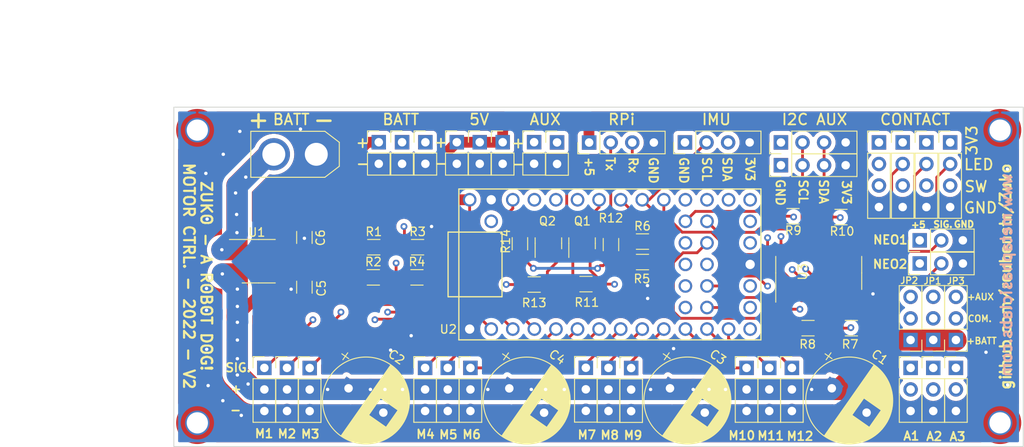
<source format=kicad_pcb>
(kicad_pcb (version 20211014) (generator pcbnew)
  (layers (0 "F.Cu" signal) (1 "In1.Cu" signal) (2 "In2.Cu" signal) (31 "B.Cu" signal) (34 "B.Paste" user) (35 "F.Paste" user) (36 "B.SilkS" user "B.Silkscreen") (37 "F.SilkS" user "F.Silkscreen") (38 "B.Mask" user) (39 "F.Mask" user) (44 "Edge.Cuts" user))
  (net 0 "")
  (net 1 "+BATT")
  (net 2 "M1")
  (net 3 "GND")
  (net 4 "M2")
  (net 5 "M3")
  (net 6 "M4")
  (net 7 "M5")
  (net 8 "M6")
  (net 9 "M7")
  (net 10 "M8")
  (net 11 "M9")
  (net 12 "M10")
  (net 13 "M11")
  (net 14 "M12")
  (net 15 "+5V")
  (net 16 "+AUX")
  (net 17 "AUX_M1")
  (net 18 "+3V3")
  (net 19 "SDA1")
  (net 20 "SDL1")
  (net 21 "Net-(J25-Pad2)")
  (net 22 "Net-(J26-Pad2)")
  (net 23 "Net-(J27-Pad2)")
  (net 24 "SW1")
  (net 25 "Net-(J29-Pad2)")
  (net 26 "SW2")
  (net 27 "Net-(J31-Pad2)")
  (net 28 "SW3")
  (net 29 "Net-(J32-Pad2)")
  (net 30 "SW4")
  (net 31 "Net-(J33-Pad2)")
  (net 32 "Net-(J33-Pad3)")
  (net 33 "RX")
  (net 34 "TX")
  (net 35 "Net-(R2-Pad1)")
  (net 42 "Net-(C5-Pad1)")
  (net 43 "AUX_M2")
  (net 44 "AUX_M3")
  (net 45 "SDA0")
  (net 46 "Net-(J4-Pad2)")
  (net 47 "VSENSE")
  (net 48 "CSENSE")
  (net 49 "SCL0")
  (net 50 "NEO1")
  (net 51 "NEO2")
  (net 52 "OUT1")
  (net 53 "OUT2")
  (net 54 "OUT3")
  (net 55 "OUT4")
  (net 60 "Net-(J17-Pad2)")
  (net 61 "Net-(J18-Pad2)")
  (net 62 "Net-(J22-Pad2)")
  (footprint "Connector_PinHeader_2.54mm:PinHeader_1x03_P2.54mm_Vertical" (layer "F.Cu") (at 151.53 68.075 180)
    (fp_text reference "JP1")
    (fp_text value "Jumper_3_Open" hide)
  )
  (footprint "Package_SO:SOIC-16_3.9x9.9mm_P1.27mm" (layer "F.Cu") (at 138.05 60.18 90)
    (fp_text reference "U3")
    (fp_text value "ULN2003" hide)
  )
  (footprint "Package_SO:SOIC-8_3.9x4.9mm_P1.27mm" (layer "F.Cu") (at 72.1234 58.801)
    (fp_text reference "U1")
    (fp_text value "ACS712xLCTR-20A" hide)
  )
  (footprint "Connector_PinHeader_2.54mm:PinHeader_1x04_P2.54mm_Vertical" (layer "F.Cu") (at 147.932 44.8)
    (fp_text reference "J29" hide)
    (fp_text value "Conn_01x04" hide)
  )
  (footprint "Connector_AMASS:AMASS_XT30U-M_1x02_P5.0mm_Vertical" (layer "F.Cu") (at 78.9 46.2 180)
    (fp_text reference "J4" hide)
    (fp_text value "Conn_01x02" hide)
  )
  (footprint "MountingHole:MountingHole_2.5mm_Pad_TopOnly" (layer "F.Cu") (at 159.3972 43.351)
    (fp_text reference "REF**" hide)
    (fp_text value "MountingHole_2.5mm_Pad_TopOnly" hide)
  )
  (footprint "Connector_PinHeader_2.54mm:PinHeader_1x03_P2.54mm_Vertical" (layer "F.Cu") (at 113.299929 71.375)
    (fp_text reference "J9" hide)
    (fp_text value "Conn_01x03" hide)
  )
  (footprint "Connector_PinHeader_2.54mm:PinHeader_1x04_P2.54mm_Vertical" (layer "F.Cu") (at 111.0184 44.8136 90)
    (fp_text reference "J33" hide)
    (fp_text value "Conn_01x04" hide)
  )
  (footprint "Resistor_SMD:R_1206_3216Metric_Pad1.30x1.75mm_HandSolder" (layer "F.Cu") (at 113.5916 56.842 90)
    (fp_text reference "R12")
    (fp_text value "10k" hide)
  )
  (footprint "Connector_PinHeader_2.54mm:PinHeader_1x03_P2.54mm_Vertical" (layer "F.Cu") (at 154.2 71.375)
    (fp_text reference "J22" hide)
    (fp_text value "Conn_01x03" hide)
  )
  (footprint "Connector_PinHeader_2.54mm:PinHeader_1x03_P2.54mm_Vertical" (layer "F.Cu") (at 97.043929 71.375)
    (fp_text reference "J7" hide)
    (fp_text value "Conn_01x03" hide)
  )
  (footprint "Resistor_SMD:R_1206_3216Metric_Pad1.30x1.75mm_HandSolder" (layer "F.Cu") (at 140.67 53.6)
    (fp_text reference "R10")
    (fp_text value "1.2k" hide)
  )
  (footprint "Capacitor_THT:CP_Radial_D10.0mm_P5.00mm" (layer "F.Cu") (at 82.698998 73.77983 -35)
    (fp_text reference "C2")
    (fp_text value "2200uF" hide)
  )
  (footprint "Connector_PinHeader_2.54mm:PinHeader_1x02_P2.54mm_Vertical" (layer "F.Cu") (at 86.2568 44.78)
    (fp_text reference "J15" hide)
    (fp_text value "Conn_01x02" hide)
  )
  (footprint "Connector_PinHeader_2.54mm:PinHeader_1x02_P2.54mm_Vertical" (layer "F.Cu") (at 100.843 44.78)
    (fp_text reference "J16" hide)
    (fp_text value "Conn_01x02" hide)
  )
  (footprint "Resistor_SMD:R_1206_3216Metric_Pad1.30x1.75mm_HandSolder" (layer "F.Cu") (at 117.3 56.487)
    (fp_text reference "R6")
    (fp_text value "1.2k" hide)
  )
  (footprint "Resistor_SMD:R_1206_3216Metric_Pad1.30x1.75mm_HandSolder" (layer "F.Cu") (at 135.02 53.5)
    (fp_text reference "R9")
    (fp_text value "1.2k" hide)
  )
  (footprint "Connector_PinHeader_2.54mm:PinHeader_1x04_P2.54mm_Vertical" (layer "F.Cu") (at 133.6 44.8 90)
    (fp_text reference "J30" hide)
    (fp_text value "Conn_01x04" hide)
  )
  (footprint "Teensy:Teensy40" (layer "F.Cu") (at 113.464602 59.1794)
    (fp_text reference "U2")
    (fp_text value "Teensy4.0")
  )
  (footprint "Connector_PinHeader_2.54mm:PinHeader_1x04_P2.54mm_Vertical" (layer "F.Cu") (at 150.726 44.8)
    (fp_text reference "J31" hide)
    (fp_text value "Conn_01x04" hide)
  )
  (footprint "Connector_PinHeader_2.54mm:PinHeader_1x03_P2.54mm_Vertical" (layer "F.Cu") (at 94.376929 71.375)
    (fp_text reference "J6" hide)
    (fp_text value "Conn_01x03" hide)
  )
  (footprint "Connector_PinHeader_2.54mm:PinHeader_1x02_P2.54mm_Vertical" (layer "F.Cu") (at 89 44.78)
    (fp_text reference "J21" hide)
    (fp_text value "Conn_01x02" hide)
  )
  (footprint "Capacitor_SMD:C_1206_3216Metric_Pad1.33x1.80mm_HandSolder" (layer "F.Cu") (at 77.5 56 -90)
    (fp_text reference "C6")
    (fp_text value "100nF" hide)
  )
  (footprint "Connector_PinHeader_2.54mm:PinHeader_1x03_P2.54mm_Vertical" (layer "F.Cu") (at 151.533 71.375)
    (fp_text reference "J18" hide)
    (fp_text value "Conn_01x03" hide)
  )
  (footprint "Connector_PinHeader_2.54mm:PinHeader_1x02_P2.54mm_Vertical" (layer "F.Cu") (at 98.143 44.78)
    (fp_text reference "J19" hide)
    (fp_text value "Conn_01x02" hide)
  )
  (footprint "Connector_PinHeader_2.54mm:PinHeader_1x03_P2.54mm_Vertical" (layer "F.Cu") (at 149.935 56.34 90)
    (fp_text reference "J26" hide)
    (fp_text value "Conn_01x03" hide)
  )
  (footprint "Capacitor_THT:CP_Radial_D10.0mm_P5.00mm" (layer "F.Cu") (at 139.588934 73.77983 -35)
    (fp_text reference "C1")
    (fp_text value "2200uF" hide)
  )
  (footprint "Resistor_SMD:R_1206_3216Metric_Pad1.30x1.75mm_HandSolder" (layer "F.Cu") (at 136.79 66.69 180)
    (fp_text reference "R8")
    (fp_text value "500Ω" hide)
  )
  (footprint "Resistor_SMD:R_1206_3216Metric_Pad1.30x1.75mm_HandSolder" (layer "F.Cu") (at 90.75 60.706)
    (fp_text reference "R4")
    (fp_text value "20k" hide)
  )
  (footprint "Connector_PinHeader_2.54mm:PinHeader_1x03_P2.54mm_Vertical" (layer "F.Cu") (at 75.453929 71.375)
    (fp_text reference "J2" hide)
    (fp_text value "Conn_01x03" hide)
  )
  (footprint "Resistor_SMD:R_1206_3216Metric_Pad1.30x1.75mm_HandSolder" (layer "F.Cu") (at 102.8728 56.7404 90)
    (fp_text reference "R14")
    (fp_text value "10k" hide)
  )
  (footprint "Resistor_SMD:R_1206_3216Metric_Pad1.30x1.75mm_HandSolder" (layer "F.Cu") (at 110.65 61.5)
    (fp_text reference "R11")
    (fp_text value "10k" hide)
  )
  (footprint "Connector_PinHeader_2.54mm:PinHeader_1x03_P2.54mm_Vertical" (layer "F.Cu") (at 132.222929 71.375)
    (fp_text reference "J12" hide)
    (fp_text value "Conn_01x03" hide)
  )
  (footprint "Connector_PinHeader_2.54mm:PinHeader_1x02_P2.54mm_Vertical" (layer "F.Cu") (at 95.443 44.78)
    (fp_text reference "J14" hide)
    (fp_text value "Conn_01x02" hide)
  )
  (footprint "Connector_PinHeader_2.54mm:PinHeader_1x03_P2.54mm_Vertical" (layer "F.Cu") (at 148.86 68.085 180)
    (fp_text reference "JP2")
    (fp_text value "Jumper_3_Open" hide)
  )
  (footprint "Connector_PinHeader_2.54mm:PinHeader_1x02_P2.54mm_Vertical" (layer "F.Cu") (at 91.7432 44.78)
    (fp_text reference "J23" hide)
    (fp_text value "Conn_01x02" hide)
  )
  (footprint "Connector_PinHeader_2.54mm:PinHeader_1x03_P2.54mm_Vertical" (layer "F.Cu") (at 154.2 68.085 180)
    (fp_text reference "JP3")
    (fp_text value "Jumper_3_Open" hide)
  )
  (footprint "Connector_PinHeader_2.54mm:PinHeader_1x03_P2.54mm_Vertical" (layer "F.Cu") (at 91.709929 71.375)
    (fp_text reference "J5" hide)
    (fp_text value "Conn_01x03" hide)
  )
  (footprint "Connector_PinHeader_2.54mm:PinHeader_1x03_P2.54mm_Vertical" (layer "F.Cu") (at 149.94 59.07 90)
    (fp_text reference "J25" hide)
    (fp_text value "Conn_01x03" hide)
  )
  (footprint "Connector_PinHeader_2.54mm:PinHeader_1x03_P2.54mm_Vertical" (layer "F.Cu") (at 115.966929 71.390011)
    (fp_text reference "J10" hide)
    (fp_text value "Conn_01x03" hide)
  )
  (footprint "Package_TO_SOT_SMD:SOT-23" (layer "F.Cu") (at 106.2256 56.6879 90)
    (fp_text reference "Q2")
    (fp_text value "BSS138" hide)
  )
  (footprint "Resistor_SMD:R_1206_3216Metric_Pad1.30x1.75mm_HandSolder" (layer "F.Cu") (at 85.61798 60.706)
    (fp_text reference "R2")
    (fp_text value "10k" hide)
  )
  (footprint "Resistor_SMD:R_1206_3216Metric_Pad1.30x1.75mm_HandSolder" (layer "F.Cu") (at 104.5528 61.5508)
    (fp_text reference "R13")
    (fp_text value "10k" hide)
  )
  (footprint "MountingHole:MountingHole_2.5mm_Pad_TopOnly" (layer "F.Cu") (at 159.3972 77.851)
    (fp_text reference "REF**" hide)
    (fp_text value "MountingHole_2.5mm_Pad_TopOnly" hide)
  )
  (footprint "Capacitor_SMD:C_1206_3216Metric_Pad1.33x1.80mm_HandSolder" (layer "F.Cu") (at 77.5 61.8625 -90)
    (fp_text reference "C5")
    (fp_text value "1nF" hide)
  )
  (footprint "Connector_PinHeader_2.54mm:PinHeader_1x04_P2.54mm_Vertical" (layer "F.Cu") (at 145.138 44.8)
    (fp_text reference "J27" hide)
    (fp_text value "Conn_01x04" hide)
  )
  (footprint "Resistor_SMD:R_1206_3216Metric_Pad1.30x1.75mm_HandSolder" (layer "F.Cu") (at 85.67 57.15)
    (fp_text reference "R1")
    (fp_text value "10k" hide)
  )
  (footprint "Connector_PinHeader_2.54mm:PinHeader_1x04_P2.54mm_Vertical" (layer "F.Cu") (at 122.3 44.8 90)
    (fp_text reference "J24" hide)
    (fp_text value "Conn_01x04" hide)
  )
  (footprint "Connector_PinHeader_2.54mm:PinHeader_1x04_P2.54mm_Vertical" (layer "F.Cu") (at 153.52 44.8)
    (fp_text reference "J32" hide)
    (fp_text value "Conn_01x04" hide)
  )
  (footprint "Connector_PinHeader_2.54mm:PinHeader_1x03_P2.54mm_Vertical" (layer "F.Cu") (at 110.632929 71.359989)
    (fp_text reference "J8" hide)
    (fp_text value "Conn_01x03" hide)
  )
  (footprint "Connector_PinHeader_2.54mm:PinHeader_1x04_P2.54mm_Vertical" (layer "F.Cu") (at 133.6 47.49 90)
    (fp_text reference "J28" hide)
    (fp_text value "Conn_01x04" hide)
  )
  (footprint "Resistor_SMD:R_1206_3216Metric_Pad1.30x1.75mm_HandSolder" (layer "F.Cu") (at 141.89 66.69 180)
    (fp_text reference "R7")
    (fp_text value "500Ω" hide)
  )
  (footprint "Connector_PinHeader_2.54mm:PinHeader_1x03_P2.54mm_Vertical" (layer "F.Cu") (at 72.786929 71.375)
    (fp_text reference "J1" hide)
    (fp_text value "Conn_01x03" hide)
  )
  (footprint "Connector_PinHeader_2.54mm:PinHeader_1x02_P2.54mm_Vertical" (layer "F.Cu") (at 107.243 44.8)
    (fp_text reference "J34" hide)
    (fp_text value "Conn_01x02" hide)
  )
  (footprint "Package_TO_SOT_SMD:SOT-23" (layer "F.Cu") (at 110.188 56.6879 90)
    (fp_text reference "Q1")
    (fp_text value "BSS138" hide)
  )
  (footprint "Connector_PinHeader_2.54mm:PinHeader_1x03_P2.54mm_Vertical" (layer "F.Cu") (at 148.866 71.375)
    (fp_text reference "J17" hide)
    (fp_text value "Conn_01x03" hide)
  )
  (footprint "Resistor_SMD:R_1206_3216Metric_Pad1.30x1.75mm_HandSolder" (layer "F.Cu") (at 90.82498 57.15)
    (fp_text reference "R3")
    (fp_text value "20k" hide)
  )
  (footprint "Capacitor_THT:CP_Radial_D10.0mm_P5.00mm" (layer "F.Cu") (at 101.621998 73.788 -35)
    (fp_text reference "C4")
    (fp_text value "2200uF" hide)
  )
  (footprint "Capacitor_THT:CP_Radial_D10.0mm_P5.00mm" (layer "F.Cu") (at 120.538934 73.77983 -35)
    (fp_text reference "C3")
    (fp_text value "2200uF" hide)
  )
  (footprint "MountingHole:MountingHole_2.5mm_Pad_TopOnly" (layer "F.Cu") (at 64.8972 77.851)
    (fp_text reference "REF**" hide)
    (fp_text value "MountingHole_2.5mm_Pad_TopOnly" hide)
  )
  (footprint "Connector_PinHeader_2.54mm:PinHeader_1x02_P2.54mm_Vertical" (layer "F.Cu") (at 104.543 44.775)
    (fp_text reference "J20" hide)
    (fp_text value "Conn_01x02" hide)
  )
  (footprint "Connector_PinHeader_2.54mm:PinHeader_1x03_P2.54mm_Vertical" (layer "F.Cu") (at 78.120929 71.390011)
    (fp_text reference "J3" hide)
    (fp_text value "Conn_01x03" hide)
  )
  (footprint "MountingHole:MountingHole_2.5mm_Pad_TopOnly" (layer "F.Cu") (at 64.8972 43.351)
    (fp_text reference "REF**" hide)
    (fp_text value "MountingHole_2.5mm_Pad_TopOnly" hide)
  )
  (footprint "Connector_PinHeader_2.54mm:PinHeader_1x03_P2.54mm_Vertical" (layer "F.Cu") (at 129.555929 71.375)
    (fp_text reference "J11" hide)
    (fp_text value "Conn_01x03" hide)
  )
  (footprint "Resistor_SMD:R_1206_3216Metric_Pad1.30x1.75mm_HandSolder" (layer "F.Cu") (at 117.3 58.9)
    (fp_text reference "R5")
    (fp_text value "1.2k" hide)
  )
  (footprint "Connector_PinHeader_2.54mm:PinHeader_1x03_P2.54mm_Vertical" (layer "F.Cu") (at 134.889929 71.375)
    (fp_text reference "J13" hide)
    (fp_text value "Conn_01x03" hide)
  )
  (gr_rect (start 62.1284 40.645) (end 162.1284 80.645) (layer "Edge.Cuts") (width 0.1) (fill none))
  (gr_text "www.metaphasiclabs.com" (at 160.15 60.45 90) (layer "B.SilkS") (effects (font (size 1.27 1.27) (thickness 0.254)) (justify mirror)))
  (gr_text "A3" (at 154.390398 79.4776) (layer "F.SilkS") (effects (font (size 1.016 1.016) (thickness 0.2032))))
  (gr_text "5V\n" (at 98.080398 42.1) (layer "F.SilkS") (effects (font (size 1.27 1.27) (thickness 0.2032))))
  (gr_text "SDA" (at 127.26 47.979048 270) (layer "F.SilkS") (effects (font (size 1.016 1.016) (thickness 0.2032))))
  (gr_text "SW" (at 156.56 50.01) (layer "F.SilkS") (effects (font (size 1.27 1.27) (thickness 0.2032))))
  (gr_text "M2" (at 75.447198 79.1474) (layer "F.SilkS") (effects (font (size 1.016 1.016) (thickness 0.2032))))
  (gr_text "M4" (at 91.753998 79.1982) (layer "F.SilkS") (effects (font (size 1.016 1.016) (thickness 0.2032))))
  (gr_text "NEO2" (at 146.45 59.15) (layer "F.SilkS") (effects (font (size 1.016 1.016) (thickness 0.2032))))
  (gr_text "M6" (at 97.189598 79.2236) (layer "F.SilkS") (effects (font (size 1.016 1.016) (thickness 0.2032))))
  (gr_text "M10" (at 128.990398 79.3506) (layer "F.SilkS") (effects (font (size 1.016 1.016) (thickness 0.2032))))
  (gr_text "NEO1" (at 146.48 56.28) (layer "F.SilkS") (effects (font (size 1.016 1.016) (thickness 0.2032))))
  (gr_text "GND\n" (at 122.16 48.1 270) (layer "F.SilkS") (effects (font (size 1.016 1.016) (thickness 0.2032))))
  (gr_text "I2C AUX" (at 137.55 42.1) (layer "F.SilkS") (effects (font (size 1.27 1.27) (thickness 0.2032))))
  (gr_text "-" (at 79.8 42.1) (layer "F.SilkS") (effects (font (size 2 2) (thickness 0.3))))
  (gr_text "+" (at 84.45 44.89 270) (layer "F.SilkS") (effects (font (size 1.27 1.27) (thickness 0.2032))))
  (gr_text "GND\n" (at 133.52 50.7 270) (layer "F.SilkS") (effects (font (size 1.016 1.016) (thickness 0.2032))))
  (gr_text "AUX" (at 105.85 42.1) (layer "F.SilkS") (effects (font (size 1.27 1.27) (thickness 0.2032))))
  (gr_text "M9" (at 116.188798 79.3252) (layer "F.SilkS") (effects (font (size 1.016 1.016) (thickness 0.2032))))
  (gr_text "M5" (at 94.446398 79.249) (layer "F.SilkS") (effects (font (size 1.016 1.016) (thickness 0.2032))))
  (gr_text "+5" (at 111.018389 47.664572 270) (layer "F.SilkS") (effects (font (size 1.016 1.016) (thickness 0.2032))))
  (gr_text "M1" (at 72.754798 79.122) (layer "F.SilkS") (effects (font (size 1.016 1.016) (thickness 0.2032))))
  (gr_text "+AUX" (at 157.09 63) (layer "F.SilkS") (effects (font (size 0.762 0.762) (thickness 0.1524))))
  (gr_text "-" (at 84.38 47.28) (layer "F.SilkS") (effects (font (size 1.27 1.27) (thickness 0.2032))))
  (gr_text "3V3" (at 141.32 50.7 270) (layer "F.SilkS") (effects (font (size 1.016 1.016) (thickness 0.2032))))
  (gr_text "A1" (at 148.954798 79.4014) (layer "F.SilkS") (effects (font (size 1.016 1.016) (thickness 0.2032))))
  (gr_text "+BATT" (at 157.23 68.19) (layer "F.SilkS") (effects (font (size 0.762 0.762) (thickness 0.1524))))
  (gr_text "A2" (at 151.647198 79.4522) (layer "F.SilkS") (effects (font (size 1.016 1.016) (thickness 0.2032))))
  (gr_text "SCL" (at 124.86 47.954857 270) (layer "F.SilkS") (effects (font (size 1.016 1.016) (thickness 0.2032))))
  (gr_text "GND\n" (at 118.574812 48.1 270) (layer "F.SilkS") (effects (font (size 1.016 1.016) (thickness 0.2032))))
  (gr_text "IMU" (at 126 42.1) (layer "F.SilkS") (effects (font (size 1.27 1.27) (thickness 0.2032))))
  (gr_text "SCL" (at 136.22 50.6 270) (layer "F.SilkS") (effects (font (size 1.016 1.016) (thickness 0.2032))))
  (gr_text "ZUKO - A ROBOT DOG!\nMOTOR CTRL. - 2022 - V2" (at 64.93 60.55 270) (layer "F.SilkS") (effects (font (size 1.27 1.27) (thickness 0.254))))
  (gr_text "CONTACT" (at 149.4 42.1) (layer "F.SilkS") (effects (font (size 1.27 1.27) (thickness 0.2032))))
  (gr_text "COM." (at 157.01 65.57) (layer "F.SilkS") (effects (font (size 0.762 0.762) (thickness 0.1524))))
  (gr_text "RPi" (at 114.85 42.1) (layer "F.SilkS") (effects (font (size 1.27 1.27) (thickness 0.2032))))
  (gr_text "SIG." (at 69.706798 71.3496) (layer "F.SilkS") (effects (font (size 1.016 1.016) (thickness 0.2032))))
  (gr_text "Rx" (at 116.199989 47.471048 270) (layer "F.SilkS") (effects (font (size 1.016 1.016) (thickness 0.2032))))
  (gr_text "GND\n" (at 155.15 54.45) (layer "F.SilkS") (effects (font (size 0.762 0.762) (thickness 0.1905))))
  (gr_text "github.com/reubenstr/Zuko" (at 160.05 60.61 90) (layer "F.SilkS") (effects (font (size 1.27 1.27) (thickness 0.254))))
  (gr_text "+" (at 102.77 44.93 270) (layer "F.SilkS") (effects (font (size 1.27 1.27) (thickness 0.2032))))
  (gr_text "+5" (at 149.78 54.51) (layer "F.SilkS") (effects (font (size 0.762 0.762) (thickness 0.1905))))
  (gr_text "BATT" (at 75.95 42.1) (layer "F.SilkS") (effects (font (size 1.27 1.27) (thickness 0.2032))))
  (gr_text "-" (at 93.6 47.24) (layer "F.SilkS") (effects (font (size 1.27 1.27) (thickness 0.2032))))
  (gr_text "SDA" (at 138.62 50.6 270) (layer "F.SilkS") (effects (font (size 1.016 1.016) (thickness 0.2032))))
  (gr_text "M12" (at 135.848398 79.4268) (layer "F.SilkS") (effects (font (size 1.016 1.016) (thickness 0.2032))))
  (gr_text "M3" (at 78.190398 79.1728) (layer "F.SilkS") (effects (font (size 1.016 1.016) (thickness 0.2032))))
  (gr_text "3V3" (at 129.96 47.954857 270) (layer "F.SilkS") (effects (font (size 1.016 1.016) (thickness 0.2032))))
  (gr_text "BATT" (at 88.85 42.1) (layer "F.SilkS") (effects (font (size 1.27 1.27) (thickness 0.2032))))
  (gr_text "GND" (at 157.1 52.5) (layer "F.SilkS") (effects (font (size 1.27 1.27) (thickness 0.2032))))
  (gr_text "M8" (at 113.445598 79.2998) (layer "F.SilkS") (effects (font (size 1.016 1.016) (thickness 0.2032))))
  (gr_text "-" (at 102.7 47.32) (layer "F.SilkS") (effects (font (size 1.27 1.27) (thickness 0.2032))))
  (gr_text "Tx" (at 113.507589 47.350095 270) (layer "F.SilkS") (effects (font (size 1.016 1.016) (thickness 0.2032))))
  (gr_text "SIG." (at 152.67 54.46) (layer "F.SilkS") (effects (font (size 0.762 0.762) (thickness 0.1905))))
  (gr_text "+" (at 72.1 42.1) (layer "F.SilkS") (effects (font (size 2 2) (thickness 0.3))))
  (gr_text "M7" (at 110.753198 79.2744) (layer "F.SilkS") (effects (font (size 1.016 1.016) (thickness 0.2032))))
  (gr_text "-" (at 69.401998 76.328) (layer "F.SilkS") (effects (font (size 1.016 1.016) (thickness 0.2032))))
  (gr_text "+" (at 93.67 44.85 270) (layer "F.SilkS") (effects (font (size 1.27 1.27) (thickness 0.2032))))
  (gr_text "3V3" (at 156.08 44.56 90) (layer "F.SilkS") (effects (font (size 1.27 1.27) (thickness 0.2032))))
  (gr_text "+" (at 69.452798 73.8388) (layer "F.SilkS") (effects (font (size 1.016 1.016) (thickness 0.2032))))
  (gr_text "M11" (at 132.393998 79.376) (layer "F.SilkS") (effects (font (size 1.016 1.016) (thickness 0.2032))))
  (gr_text "LED" (at 156.89 47.41) (layer "F.SilkS") (effects (font (size 1.27 1.27) (thickness 0.2032))))
  (segment (start 69.8 72.2) (end 69.6 72) (width 2.5) (layer "F.Cu") (net 1))
  (segment (start 72.2 55.1) (end 74.67 52.63) (width 1.27) (layer "F.Cu") (net 1))
  (segment (start 72.786929 73.915) (end 140.485 73.915) (width 2.5) (layer "F.Cu") (net 1))
  (segment (start 69.62 65.3) (end 72.2 62.72) (width 1.27) (layer "F.Cu") (net 1))
  (segment (start 151.53 68.075) (end 154.19 68.075) (width 2.5) (layer "F.Cu") (net 1))
  (segment (start 67.84 60.3) (end 69.6 60.3) (width 2.5) (layer "F.Cu") (net 1))
  (segment (start 69.6 72) (end 69.6 65.3) (width 2.5) (layer "F.Cu") (net 1))
  (segment (start 69.81 72.21) (end 69.8 72.2) (width 2.5) (layer "F.Cu") (net 1))
  (segment (start 69.6 60.3) (end 69.6 65.3) (width 2.5) (layer "F.Cu") (net 1))
  (segment (start 74.67 52.63) (end 80.077544 52.63) (width 1.27) (layer "F.Cu") (net 1))
  (segment (start 71.515 73.915) (end 70.875 73.275) (width 2.5) (layer "F.Cu") (net 1))
  (segment (start 148.86 68.085) (end 151.52 68.085) (width 2.5) (layer "F.Cu") (net 1))
  (segment (start 84.141089 48.566455) (end 84.141089 45.588911) (width 1.27) (layer "F.Cu") (net 1))
  (segment (start 140.485 73.915) (end 146.315 68.085) (width 2.5) (layer "F.Cu") (net 1))
  (segment (start 84.141089 45.588911) (end 84.95 44.78) (width 1.27) (layer "F.Cu") (net 1))
  (segment (start 151.52 68.085) (end 151.53 68.075) (width 2.5) (layer "F.Cu") (net 1))
  (segment (start 72.2 62.72) (end 72.2 55.1) (width 1.27) (layer "F.Cu") (net 1))
  (segment (start 70.875 73.275) (end 69.81 72.21) (width 2.5) (layer "F.Cu") (net 1))
  (segment (start 84.95 44.78) (end 86.2568 44.78) (width 1.27) (layer "F.Cu") (net 1))
  (segment (start 69.6 65.3) (end 69.62 65.3) (width 1.27) (layer "F.Cu") (net 1))
  (segment (start 72.786929 73.915) (end 71.515 73.915) (width 2.5) (layer "F.Cu") (net 1))
  (segment (start 146.315 68.085) (end 148.86 68.085) (width 2.5) (layer "F.Cu") (net 1))
  (segment (start 80.077544 52.63) (end 84.141089 48.566455) (width 1.27) (layer "F.Cu") (net 1))
  (segment (start 154.19 68.075) (end 154.2 68.085) (width 2.5) (layer "F.Cu") (net 1))
  (via (at 80.235 73.915) (size 0.8) (drill 0.4) (layers "F.Cu" "B.Cu") (net 1))
  (via (at 69.61 68.09) (size 0.8) (drill 0.4) (layers "F.Cu" "B.Cu") (net 1))
  (via (at 125.135 73.915) (size 0.8) (drill 0.4) (layers "F.Cu" "B.Cu") (net 1))
  (via (at 99.095 73.915) (size 0.8) (drill 0.4) (layers "F.Cu" "B.Cu") (net 1))
  (via (at 105.895 73.915) (size 0.8) (drill 0.4) (layers "F.Cu" "B.Cu") (net 1))
  (via (at 69.61 62.09) (size 0.8) (drill 0.4) (layers "F.Cu" "B.Cu") (net 1))
  (via (at 69.61 66) (size 0.8) (drill 0.4) (layers "F.Cu" "B.Cu") (net 1))
  (via (at 69.61 70.29) (size 0.8) (drill 0.4) (layers "F.Cu" "B.Cu") (net 1))
  (via (at 127.075 73.915) (size 0.8) (drill 0.4) (layers "F.Cu" "B.Cu") (net 1))
  (via (at 67.84 60.3) (size 0.8) (drill 0.4) (layers "F.Cu" "B.Cu") (net 1))
  (via (at 137.215 73.915) (size 0.8) (drill 0.4) (layers "F.Cu" "B.Cu") (net 1))
  (via (at 104.215 73.915) (size 0.8) (drill 0.4) (layers "F.Cu" "B.Cu") (net 1))
  (via (at 86.985 73.915) (size 0.8) (drill 0.4) (layers "F.Cu" "B.Cu") (net 1))
  (via (at 123.275 73.915) (size 0.8) (drill 0.4) (layers "F.Cu" "B.Cu") (net 1))
  (via (at 69.61 72.21) (size 0.8) (drill 0.4) (layers "F.Cu" "B.Cu") (net 1))
  (via (at 69.61 64.13) (size 0.8) (drill 0.4) (layers "F.Cu" "B.Cu") (net 1))
  (via (at 118.255 73.915) (size 0.8) (drill 0.4) (layers "F.Cu" "B.Cu") (net 1))
  (via (at 89.055 73.915) (size 0.8) (drill 0.4) (layers "F.Cu" "B.Cu") (net 1))
  (via (at 85.275 73.915) (size 0.8) (drill 0.4) (layers "F.Cu" "B.Cu") (net 1))
  (via (at 108.095 73.915) (size 0.8) (drill 0.4) (layers "F.Cu" "B.Cu") (net 1))
  (via (at 70.875 73.275) (size 0.8) (drill 0.4) (layers "F.Cu" "B.Cu") (net 1))
  (segment (start 71.1 73.7) (end 69.6 72.2) (width 2.5) (layer "B.Cu") (net 1))
  (segment (start 72.786929 73.915) (end 80.235 73.915) (width 2.5) (layer "B.Cu") (net 1))
  (segment (start 85.275 73.915) (end 86.985 73.915) (width 2.5) (layer "B.Cu") (net 1))
  (segment (start 89.055 73.915) (end 99.095 73.915) (width 2.5) (layer "B.Cu") (net 1))
  (segment (start 125.135 73.915) (end 127.075 73.915) (width 2.5) (layer "B.Cu") (net 1))
  (segment (start 69.64 64.13) (end 69.58 64.07) (width 2.5) (layer "B.Cu") (net 1))
  (segment (start 80.235 73.915) (end 85.275 73.915) (width 2.5) (layer "B.Cu") (net 1))
  (segment (start 72.786929 73.915) (end 71.315 73.915) (width 2.5) (layer "B.Cu") (net 1))
  (segment (start 123.275 73.915) (end 125.135 73.915) (width 2.5) (layer "B.Cu") (net 1))
  (segment (start 127.075 73.915) (end 137.215 73.915) (width 2.5) (layer "B.Cu") (net 1))
  (segment (start 118.255 73.915) (end 123.275 73.915) (width 2.5) (layer "B.Cu") (net 1))
  (segment (start 69.64 65.97) (end 69.61 66) (width 2.5) (layer "B.Cu") (net 1))
  (segment (start 69.58 62.04) (end 67.84 60.3) (width 2.5) (layer "B.Cu") (net 1))
  (segment (start 99.095 73.915) (end 104.215 73.915) (width 2.5) (layer "B.Cu") (net 1))
  (segment (start 139.453764 73.915) (end 139.588934 73.77983) (width 2.5) (layer "B.Cu") (net 1))
  (segment (start 104.215 73.915) (end 105.895 73.915) (width 2.5) (layer "B.Cu") (net 1))
  (segment (start 69.61 68.04) (end 69.61 66) (width 2.5) (layer "B.Cu") (net 1))
  (segment (start 108.095 73.915) (end 118.255 73.915) (width 2.5) (layer "B.Cu") (net 1))
  (segment (start 105.895 73.915) (end 108.095 73.915) (width 2.5) (layer "B.Cu") (net 1))
  (segment (start 69.64 64.13) (end 69.64 65.97) (width 2.5) (layer "B.Cu") (net 1))
  (segment (start 69.6 72.2) (end 69.6 70.29) (width 2.5) (layer "B.Cu") (net 1))
  (segment (start 69.58 64.07) (end 69.58 62.04) (width 2.5) (layer "B.Cu") (net 1))
  (segment (start 69.6 70.29) (end 69.6 68.15) (width 2.5) (layer "B.Cu") (net 1))
  (segment (start 86.985 73.915) (end 89.055 73.915) (width 2.5) (layer "B.Cu") (net 1))
  (segment (start 71.315 73.915) (end 71.1 73.7) (width 2.5) (layer "B.Cu") (net 1))
  (segment (start 137.215 73.915) (end 139.453764 73.915) (width 2.5) (layer "B.Cu") (net 1))
  (segment (start 85.868411 65.631589) (end 98.326791 65.631589) (width 0.3302) (layer "F.Cu") (net 2))
  (segment (start 98.326791 65.631589) (end 99.494602 66.7994) (width 0.3302) (layer "F.Cu") (net 2))
  (segment (start 72.925 71.375) (end 72.786929 71.375) (width 0.3302) (layer "F.Cu") (net 2))
  (segment (start 78.5 65.8) (end 72.925 71.375) (width 0.3302) (layer "F.Cu") (net 2))
  (segment (start 85.8 65.7) (end 85.868411 65.631589) (width 0.3302) (layer "F.Cu") (net 2))
  (segment (start 78.5 65.7) (end 78.5 65.8) (width 0.3302) (layer "F.Cu") (net 2))
  (via (at 85.8 65.7) (size 0.8) (drill 0.4) (layers "F.Cu" "B.Cu") (net 2))
  (via (at 78.5 65.7) (size 0.8) (drill 0.4) (layers "F.Cu" "B.Cu") (net 2))
  (segment (start 92.37498 60.63102) (end 92.3 60.706) (width 0.3302) (layer "F.Cu") (net 3))
  (segment (start 144.47 62.62) (end 144.435 62.655) (width 1.27) (layer "F.Cu") (net 3))
  (segment (start 138.685 62.655) (end 139.955 62.655) (width 1.27) (layer "F.Cu") (net 3))
  (segment (start 77.5 56.100003) (end 77.5 58.1) (width 0.3302) (layer "F.Cu") (net 3))
  (segment (start 139.955 62.655) (end 141.225 62.655) (width 1.27) (layer "F.Cu") (net 3))
  (segment (start 75.806 60.706) (end 74.5984 60.706) (width 0.3302) (layer "F.Cu") (net 3))
  (segment (start 75.9375 62.1) (end 75.9375 60.8375) (width 0.3302) (layer "F.Cu") (net 3))
  (segment (start 75.9375 60.8375) (end 75.806 60.706) (width 0.3302) (layer "F.Cu") (net 3))
  (segment (start 76.175 62.1) (end 77.5 63.425) (width 0.3302) (layer "F.Cu") (net 3))
  (segment (start 77.499997 56.1) (end 77.5 56.100003) (width 0.3302) (layer "F.Cu") (net 3))
  (segment (start 92.37498 54.80502) (end 92.47 54.71) (width 0.3302) (layer "F.Cu") (net 3))
  (segment (start 142.495 62.655) (end 144.435 62.655) (width 1.27) (layer "F.Cu") (net 3))
  (segment (start 141.225 62.655) (end 142.495 62.655) (width 1.27) (layer "F.Cu") (net 3))
  (segment (start 92.37498 57.15) (end 92.37498 60.63102) (width 0.3302) (layer "F.Cu") (net 3))
  (segment (start 92.37498 57.15) (end 92.37498 54.80502) (width 0.3302) (layer "F.Cu") (net 3))
  (segment (start 75.9375 62.1) (end 76.175 62.1) (width 0.3302) (layer "F.Cu") (net 3))
  (via (at 87.65 69.28) (size 0.8) (drill 0.4) (layers "F.Cu" "B.Cu") (net 3))
  (via (at 66.05 53.84) (size 0.8) (drill 0.4) (layers "F.Cu" "B.Cu") (net 3))
  (via (at 70.07 76.97) (size 0.8) (drill 0.4) (layers "F.Cu" "B.Cu") (net 3))
  (via (at 157.74 69.53) (size 0.8) (drill 0.4) (layers "F.Cu" "B.Cu") (net 3))
  (via (at 77.04 43.23) (size 0.8) (drill 0.4) (layers "F.Cu" "B.Cu") (net 3))
  (via (at 120.96 69.1) (size 0.8) (drill 0.4) (layers "F.Cu" "B.Cu") (net 3))
  (via (at 67.95 46.2) (size 0.8) (drill 0.4) (layers "F.Cu" "B.Cu") (net 3))
  (via (at 75.9375 62.1) (size 0.8) (drill 0.4) (layers "F.Cu" "B.Cu") (net 3))
  (via (at 66 69.18) (size 0.8) (drill 0.4) (layers "F.Cu" "B.Cu") (net 3))
  (via (at 65.9 48.45) (size 0.8) (drill 0.4) (layers "F.Cu" "B.Cu") (net 3))
  (via (at 65.98 62.01) (size 0.8) (drill 0.4) (layers "F.Cu" "B.Cu") (net 3))
  (via (at 117.91 63.19) (size 0.8) (drill 0.4) (layers "F.Cu" "B.Cu") (net 3))
  (via (at 90.07 67.58) (size 0.8) (drill 0.4) (layers "F.Cu" "B.Cu") (net 3))
  (via (at 92.47 54.71) (size 0.8) (drill 0.4) (layers "F.Cu" "B.Cu") (net 3))
  (via (at 117.89 61.67) (size 0.8) (drill 0.4) (layers "F.Cu" "B.Cu") (net 3))
  (via (at 69.9 43.5) (size 0.8) (drill 0.4) (layers "F.Cu" "B.Cu") (net 3))
  (via (at 160.29 73.38) (size 0.8) (drill 0.4) (layers "F.Cu" "B.Cu") (net 3))
  (via (at 160.26 47.95) (size 0.8) (drill 0.4) (layers "F.Cu" "B.Cu") (net 3))
  (via (at 66.17 73.46) (size 0.8) (drill 0.4) (layers "F.Cu" "B.Cu") (net 3))
  (via (at 65.98 64.58) (size 0.8) (drill 0.4) (layers "F.Cu" "B.Cu") (net 3))
  (via (at 77.499997 56.1) (size 0.8) (drill 0.4) (layers "F.Cu" "B.Cu") (net 3))
  (via (at 144.434992 62.654993) (size 0.8) (drill 0.4) (layers "F.Cu" "B.Cu") (net 3))
  (via (at 67.9 75.24) (size 0.8) (drill 0.4) (layers "F.Cu" "B.Cu") (net 3))
  (segment (start 81.8 65) (end 75.453929 71.346071) (width 0.3302) (layer "F.Cu") (net 4))
  (segment (start 75.453929 71.346071) (end 75.453929 71.375) (width 0.3302) (layer "F.Cu") (net 4))
  (segment (start 100.035202 64.8) (end 102.034602 66.7994) (width 0.3302) (layer "F.Cu") (net 4))
  (segment (start 87.3 64.8) (end 100.035202 64.8) (width 0.3302) (layer "F.Cu") (net 4))
  (segment (start 81.8 64.8) (end 81.8 65) (width 0.3302) (layer "F.Cu") (net 4))
  (via (at 87.3 64.8) (size 0.8) (drill 0.4) (layers "F.Cu" "B.Cu") (net 4))
  (via (at 81.8 64.8) (size 0.8) (drill 0.4) (layers "F.Cu" "B.Cu") (net 4))
  (segment (start 101.675202 63.9) (end 104.574602 66.7994) (width 0.3302) (layer "F.Cu") (net 5))
  (segment (start 78.120929 71.390011) (end 85.61094 63.9) (width 0.3302) (layer "F.Cu") (net 5))
  (segment (start 85.61094 63.9) (end 101.675202 63.9) (width 0.3302) (layer "F.Cu") (net 5))
  (segment (start 91.709929 71.375) (end 94.884929 68.2) (width 0.3302) (layer "F.Cu") (net 6))
  (segment (start 105.714002 68.2) (end 107.114602 66.7994) (width 0.3302) (layer "F.Cu") (net 6))
  (segment (start 94.884929 68.2) (end 105.714002 68.2) (width 0.3302) (layer "F.Cu") (net 6))
  (segment (start 94.376929 71.375) (end 94.376929 70.823071) (width 0.3302) (layer "F.Cu") (net 7))
  (segment (start 107.354002 69.1) (end 109.654602 66.7994) (width 0.3302) (layer "F.Cu") (net 7))
  (segment (start 94.376929 70.823071) (end 96.1 69.1) (width 0.3302) (layer "F.Cu") (net 7))
  (segment (start 96.1 69.1) (end 107.354002 69.1) (width 0.3302) (layer "F.Cu") (net 7))
  (segment (start 104.925 71.375) (end 106.5 69.8) (width 0.3302) (layer "F.Cu") (net 8))
  (segment (start 97.043929 71.375) (end 104.925 71.375) (width 0.3302) (layer "F.Cu") (net 8))
  (segment (start 106.5 69.8) (end 109.194002 69.8) (width 0.3302) (layer "F.Cu") (net 8))
  (segment (start 109.194002 69.8) (end 112.194602 66.7994) (width 0.3302) (layer "F.Cu") (net 8))
  (segment (start 110.632929 71.359989) (end 110.632929 70.901073) (width 0.3302) (layer "F.Cu") (net 9))
  (segment (start 110.632929 70.901073) (end 114.734602 66.7994) (width 0.3302) (layer "F.Cu") (net 9))
  (segment (start 113.299929 70.774073) (end 117.274602 66.7994) (width 0.3302) (layer "F.Cu") (net 10))
  (segment (start 113.299929 71.375) (end 113.299929 70.774073) (width 0.3302) (layer "F.Cu") (net 10))
  (segment (start 115.966929 71.390011) (end 115.966929 70.647073) (width 0.3302) (layer "F.Cu") (net 11))
  (segment (start 115.966929 70.647073) (end 119.814602 66.7994) (width 0.3302) (layer "F.Cu") (net 11))
  (segment (start 129.555929 71.375) (end 126.930202 71.375) (width 0.3302) (layer "F.Cu") (net 12))
  (segment (start 126.930202 71.375) (end 122.354602 66.7994) (width 0.3302) (layer "F.Cu") (net 12))
  (segment (start 130.147929 69.3) (end 127.395202 69.3) (width 0.3302) (layer "F.Cu") (net 13))
  (segment (start 127.395202 69.3) (end 124.894602 66.7994) (width 0.3302) (layer "F.Cu") (net 13))
  (segment (start 132.222929 71.375) (end 130.147929 69.3) (width 0.3302) (layer "F.Cu") (net 13))
  (segment (start 134.889929 71.375) (end 131.714929 68.2) (width 0.3302) (layer "F.Cu") (net 14))
  (segment (start 127.434602 67.934602) (end 127.434602 66.7994) (width 0.3302) (layer "F.Cu") (net 14))
  (segment (start 127.7 68.2) (end 127.434602 67.934602) (width 0.3302) (layer "F.Cu") (net 14))
  (segment (start 131.714929 68.2) (end 127.7 68.2) (width 0.3302) (layer "F.Cu") (net 14))
  (segment (start 96.954602 56.664602) (end 96.954602 51.5594) (width 0.3302) (layer "F.Cu") (net 15))
  (segment (start 102.8728 58.2904) (end 103.1104 58.2904) (width 0.3302) (layer "F.Cu") (net 15))
  (segment (start 76.9625 54.4375) (end 75.7625 54.4375) (width 0.3302) (layer "F.Cu") (net 15))
  (segment (start 93.2 50.5) (end 87.4 50.5) (width 1.27) (layer "F.Cu") (net 15))
  (segment (start 100.843 44.78) (end 100.843 43.217) (width 1.27) (layer "F.Cu") (net 15))
  (segment (start 87.4 50.5) (end 82.535 55.365) (width 1.27) (layer "F.Cu") (net 15))
  (segment (start 101.99 42.07) (end 110.35 42.07) (width 1.27) (layer "F.Cu") (net 15))
  (segment (start 82.335 55.365) (end 81.4075 54.4375) (width 1.27) (layer "F.Cu") (net 15))
  (segment (start 93.755289 49.944711) (end 93.2 50.5) (width 1.27) (layer "F.Cu") (net 15))
  (segment (start 102.8728 58.2904) (end 98.5804 58.2904) (width 0.3302) (layer "F.Cu") (net 15))
  (segment (start 93.755289 46.467711) (end 93.755289 49.944711) (width 1.27) (layer "F.Cu") (net 15))
  (segment (start 103.1104 58.2904) (end 104.46 59.64) (width 0.3302) (layer "F.Cu") (net 15))
  (segment (start 112.6636 59.32) (end 113.5916 58.392) (width 0.3302) (layer "F.Cu") (net 15))
  (segment (start 111 44.7952) (end 111.0184 44.8136) (width 1.27) (layer "F.Cu") (net 15))
  (segment (start 95.443 44.78) (end 100.843 44.78) (width 1.27) (layer "F.Cu") (net 15))
  (segment (start 75.7625 54.4375) (end 74.5984 55.6016) (width 0.3302) (layer "F.Cu") (net 15))
  (segment (start 84.12 57.15) (end 82.335 55.365) (width 1.27) (layer "F.Cu") (net 15))
  (segment (start 112.34 59.32) (end 112.6636 59.32) (width 0.3302) (layer "F.Cu") (net 15))
  (segment (start 82.535 55.365) (end 82.335 55.365) (width 1.27) (layer "F.Cu") (net 15))
  (segment (start 112.01 59.65) (end 112.34 59.32) (width 0.3302) (layer "F.Cu") (net 15))
  (segment (start 110.35 42.07) (end 111 42.72) (width 1.27) (layer "F.Cu") (net 15))
  (segment (start 95.443 44.78) (end 93.755289 46.467711) (width 1.27) (layer "F.Cu") (net 15))
  (segment (start 100.843 43.217) (end 101.99 42.07) (width 1.27) (layer "F.Cu") (net 15))
  (segment (start 94.2594 51.5594) (end 96.954602 51.5594) (width 1.27) (layer "F.Cu") (net 15))
  (segment (start 81.4075 54.4375) (end 77.5 54.4375) (width 1.27) (layer "F.Cu") (net 15))
  (segment (start 74.5984 55.6016) (end 74.5984 56.896) (width 0.3302) (layer "F.Cu") (net 15))
  (segment (start 111 42.72) (end 111 44.7952) (width 1.27) (layer "F.Cu") (net 15))
  (segment (start 98.5804 58.2904) (end 96.954602 56.664602) (width 0.3302) (layer "F.Cu") (net 15))
  (segment (start 93.9 51.2) (end 93.2 50.5) (width 1.27) (layer "F.Cu") (net 15))
  (segment (start 93.9 51.2) (end 94.2594 51.5594) (width 1.27) (layer "F.Cu") (net 15))
  (via (at 112.01 59.65) (size 0.8) (drill 0.4) (layers "F.Cu" "B.Cu") (net 15))
  (via (at 104.46 59.64) (size 0.8) (drill 0.4) (layers "F.Cu" "B.Cu") (net 15))
  (segment (start 104.46 59.64) (end 112 59.64) (width 0.3302) (layer "B.Cu") (net 15))
  (segment (start 112 59.64) (end 112.01 59.65) (width 0.3302) (layer "B.Cu") (net 15))
  (segment (start 102.034602 51.5594) (end 102.034602 52.585398) (width 0.3302) (layer "F.Cu") (net 18))
  (segment (start 105.2756 57.6254) (end 104.4202 56.77) (width 0.3302) (layer "F.Cu") (net 18))
  (segment (start 139.12 53.6) (end 140.52 53.6) (width 0.3302) (layer "F.Cu") (net 18))
  (segment (start 103.71 63.75) (end 108.1 63.75) (width 0.3302) (layer "F.Cu") (net 18))
  (segment (start 101.22 56.09) (end 101.22 53.4) (width 0.3302) (layer "F.Cu") (net 18))
  (segment (start 115.75 56.487) (end 115.75 58.9) (width 0.3302) (layer "F.Cu") (net 18))
  (segment (start 109.1 62.75) (end 109.1 61.5) (width 0.3302) (layer "F.Cu") (net 18))
  (segment (start 101.2708 61.5508) (end 101.26 61.54) (width 0.3302) (layer "F.Cu") (net 18))
  (segment (start 109.1 61.5) (end 109.1 57.7634) (width 0.3302) (layer "F.Cu") (net 18))
  (segment (start 108.1 63.75) (end 108.67 63.18) (width 0.3302) (layer "F.Cu") (net 18))
  (segment (start 140.52 53.6) (end 140.58 53.66) (width 0.3302) (layer "F.Cu") (net 18))
  (segment (start 103.0028 61.5508) (end 103.0028 63.0428) (width 0.3302) (layer "F.Cu") (net 18))
  (segment (start 103.0028 63.0428) (end 103.71 63.75) (width 0.3302) (layer "F.Cu") (net 18))
  (segment (start 109.12 63.63) (end 108.67 63.18) (width 0.3302) (layer "F.Cu") (net 18))
  (segment (start 115.75 63.42) (end 115.54 63.63) (width 0.3302) (layer "F.Cu") (net 18))
  (segment (start 115.54 63.63) (end 109.12 63.63) (width 0.3302) (layer "F.Cu") (net 18))
  (segment (start 108.67 63.18) (end 109.1 62.75) (width 0.3302) (layer "F.Cu") (net 18))
  (segment (start 135 53.5) (end 135.09 53.59) (width 0.3302) (layer "F.Cu") (net 18))
  (segment (start 133.47 53.5) (end 135 53.5) (width 0.3302) (layer "F.Cu") (net 18))
  (segment (start 115.75 58.9) (end 115.75 63.42) (width 0.3302) (layer "F.Cu") (net 18))
  (segment (start 103.0028 61.5508) (end 101.2708 61.5508) (width 0.3302) (layer "F.Cu") (net 18))
  (segment (start 101.9 56.77) (end 101.22 56.09) (width 0.3302) (layer "F.Cu") (net 18))
  (segment (start 104.4202 56.77) (end 101.9 56.77) (width 0.3302) (layer "F.Cu") (net 18))
  (segment (start 109.1 57.7634) (end 109.238 57.6254) (width 0.3302) (layer "F.Cu") (net 18))
  (segment (start 102.034602 52.585398) (end 101.22 53.4) (width 0.3302) (layer "F.Cu") (net 18))
  (via (at 140.58 53.66) (size 0.8) (drill 0.4) (layers "F.Cu" "B.Cu") (net 18))
  (via (at 101.26 61.54) (size 0.8) (drill 0.4) (layers "F.Cu" "B.Cu") (net 18))
  (via (at 135.09 53.59) (size 0.8) (drill 0.4) (layers "F.Cu" "B.Cu") (net 18))
  (segment (start 132.69 51.32) (end 136.35 51.32) (width 0.3302) (layer "F.Cu") (net 19))
  (segment (start 136.35 51.32) (end 136.57 51.54) (width 0.3302) (layer "F.Cu") (net 19))
  (segment (start 136.57 51.54) (end 136.57 53.5) (width 0.3302) (layer "F.Cu") (net 19))
  (segment (start 136.35 51.32) (end 136.14 51.11) (width 0.3302) (layer "F.Cu") (net 19))
  (segment (start 123.522413 52.931589) (end 131.078411 52.931589) (width 0.3302) (layer "F.Cu") (net 19))
  (segment (start 136.14 51.11) (end 136.14 47.49) (width 0.3302) (layer "F.Cu") (net 19))
  (segment (start 122.354602 54.0994) (end 123.522413 52.931589) (width 0.3302) (layer "F.Cu") (net 19))
  (segment (start 131.078411 52.931589) (end 132.69 51.32) (width 0.3302) (layer "F.Cu") (net 19))
  (segment (start 136.14 47.49) (end 136.14 44.8) (width 0.3302) (layer "F.Cu") (net 19))
  (segment (start 138.68 47.49) (end 138.68 49.06) (width 0.3302) (layer "F.Cu") (net 20))
  (segment (start 131.01 55.01) (end 141.73 55.01) (width 0.3302) (layer "F.Cu") (net 20))
  (segment (start 130.62 55.4) (end 131.01 55.01) (width 0.3302) (layer "F.Cu") (net 20))
  (segment (start 142.16 53.54) (end 142.22 53.6) (width 0.3302) (layer "F.Cu") (net 20))
  (segment (start 138.68 49.06) (end 142.16 52.54) (width 0.3302) (layer "F.Cu") (net 20))
  (segment (start 126.195202 55.4) (end 130.62 55.4) (width 0.3302) (layer "F.Cu") (net 20))
  (segment (start 142.22 54.52) (end 142.22 53.6) (width 0.3302) (layer "F.Cu") (net 20))
  (segment (start 142.16 52.54) (end 142.16 53.54) (width 0.3302) (layer "F.Cu") (net 20))
  (segment (start 141.73 55.01) (end 142.22 54.52) (width 0.3302) (layer "F.Cu") (net 20))
  (segment (start 124.894602 54.0994) (end 126.195202 55.4) (width 0.3302) (layer "F.Cu") (net 20))
  (segment (start 138.68 44.8) (end 138.68 47.49) (width 0.3302) (layer "F.Cu") (net 20))
  (segment (start 143.44 66.69) (end 143.44 66.28) (width 0.3302) (layer "F.Cu") (net 21))
  (segment (start 150.832189 60.717811) (end 152.48 59.07) (width 0.3302) (layer "F.Cu") (net 21))
  (segment (start 143.44 66.28) (end 149.002189 60.717811) (width 0.3302) (layer "F.Cu") (net 21))
  (segment (start 149.002189 60.717811) (end 150.832189 60.717811) (width 0.3302) (layer "F.Cu") (net 21))
  (segment (start 138.34 66.69) (end 138.34 65.48) (width 0.3302) (layer "F.Cu") (net 22))
  (segment (start 146.109258 62.650742) (end 146.109258 59.940742) (width 0.3302) (layer "F.Cu") (net 22))
  (segment (start 151.175 57.64) (end 152.475 56.34) (width 0.3302) (layer "F.Cu") (net 22))
  (segment (start 144.32 64.44) (end 146.109258 62.650742) (width 0.3302) (layer "F.Cu") (net 22))
  (segment (start 138.34 65.48) (end 139.38 64.44) (width 0.3302) (layer "F.Cu") (net 22))
  (segment (start 148.32 57.64) (end 151.175 57.64) (width 0.3302) (layer "F.Cu") (net 22))
  (segment (start 148.32 57.73) (end 148.32 57.64) (width 0.3302) (layer "F.Cu") (net 22))
  (segment (start 139.38 64.44) (end 144.32 64.44) (width 0.3302) (layer "F.Cu") (net 22))
  (segment (start 146.109258 59.940742) (end 148.32 57.73) (width 0.3302) (layer "F.Cu") (net 22))
  (segment (start 133.605 55.885) (end 133.605 57.705) (width 0.3302) (layer "F.Cu") (net 23))
  (via (at 133.605 55.885) (size 0.8) (drill 0.4) (layers "F.Cu" "B.Cu") (net 23))
  (segment (start 134.87 57.7) (end 134.87 56.18) (width 0.3302) (layer "F.Cu") (net 25))
  (segment (start 134.875 57.705) (end 134.87 57.7) (width 0.3302) (layer "F.Cu") (net 25))
  (segment (start 146.63 48.642) (end 147.932 47.34) (width 0.3302) (layer "F.Cu") (net 25))
  (segment (start 135.4 55.65) (end 144.84 55.65) (width 0.3302) (layer "F.Cu") (net 25))
  (segment (start 146.63 53.86) (end 146.63 48.642) (width 0.3302) (layer "F.Cu") (net 25))
  (segment (start 134.87 56.18) (end 135.4 55.65) (width 0.3302) (layer "F.Cu") (net 25))
  (segment (start 144.84 55.65) (end 146.63 53.86) (width 0.3302) (layer "F.Cu") (net 25))
  (segment (start 136.145 57.705) (end 136.145 56.455) (width 0.3302) (layer "F.Cu") (net 27))
  (segment (start 149.33 52.756338) (end 149.33 48.736) (width 0.3302) (layer "F.Cu") (net 27))
  (segment (start 136.145 56.455) (end 136.3 56.3) (width 0.3302) (layer "F.Cu") (net 27))
  (segment (start 136.3 56.3) (end 145.786338 56.3) (width 0.3302) (layer "F.Cu") (net 27))
  (segment (start 149.33 48.736) (end 150.726 47.34) (width 0.3302) (layer "F.Cu") (net 27))
  (segment (start 145.786338 56.3) (end 149.33 52.756338) (width 0.3302) (layer "F.Cu") (net 27))
  (segment (start 132.03 61.73) (end 131.94 61.73) (width 0.3302) (layer "F.Cu") (net 28))
  (segment (start 130.761589 60.551589) (end 128.968411 60.551589) (width 0.3302) (layer "F.Cu") (net 28))
  (segment (start 127.8006 61.7194) (end 124.894602 61.7194) (width 0.3302) (layer "F.Cu") (net 28))
  (segment (start 128.968411 60.551589) (end 127.8006 61.7194) (width 0.3302) (layer "F.Cu") (net 28))
  (segment (start 131.94 61.73) (end 130.761589 60.551589) (width 0.3302) (layer "F.Cu") (net 28))
  (via (at 132.03 61.73) (size 0.8) (drill 0.4) (layers "F.Cu" "B.Cu") (net 28))
  (segment (start 153.52 47.34) (end 151.943811 48.916189) (width 0.3302) (layer "F.Cu") (net 29))
  (segment (start 137.415 58.905) (end 137.415 57.705) (width 0.3302) (layer "F.Cu") (net 29))
  (segment (start 151.34 54.26) (end 149 54.26) (width 0.3302) (layer "F.Cu") (net 29))
  (segment (start 137.75 59.24) (end 137.415 58.905) (width 0.3302) (layer "F.Cu") (net 29))
  (segment (start 149 54.26) (end 144.02 59.24) (width 0.3302) (layer "F.Cu") (net 29))
  (segment (start 151.943811 53.656189) (end 151.34 54.26) (width 0.3302) (layer "F.Cu") (net 29))
  (segment (start 144.02 59.24) (end 137.75 59.24) (width 0.3302) (layer "F.Cu") (net 29))
  (segment (start 151.943811 48.916189) (end 151.943811 53.656189) (width 0.3302) (layer "F.Cu") (net 29))
  (segment (start 126.4206 64.2594) (end 124.894602 64.2594) (width 0.3302) (layer "F.Cu") (net 30))
  (segment (start 127.6 63.08) (end 126.4206 64.2594) (width 0.3302) (layer "F.Cu") (net 30))
  (segment (start 133.07 64.46) (end 131.69 63.08) (width 0.3302) (layer "F.Cu") (net 30))
  (segment (start 135.83 64.46) (end 133.07 64.46) (width 0.3302) (layer "F.Cu") (net 30))
  (segment (start 131.69 63.08) (end 127.6 63.08) (width 0.3302) (layer "F.Cu") (net 30))
  (via (at 135.83 64.46) (size 0.8) (drill 0.4) (layers "F.Cu" "B.Cu") (net 30))
  (segment (start 111.61 49.55) (end 113.5584 47.6016) (width 0.3302) (layer "F.Cu") (net 31))
  (segment (start 108.67 49.55) (end 111.61 49.55) (width 0.3302) (layer "F.Cu") (net 31))
  (segment (start 108.38 52.44) (end 108.38 49.84) (width 0.3302) (layer "F.Cu") (net 31))
  (segment (start 103.4328 55.7504) (end 102.8728 55.1904) (width 0.3302) (layer "F.Cu") (net 31))
  (segment (start 106.2256 55.7504) (end 103.4328 55.7504) (width 0.3302) (layer "F.Cu") (net 31))
  (segment (start 113.5584 47.6016) (end 113.5584 44.8136) (width 0.3302) (layer "F.Cu") (net 31))
  (segment (start 106.2256 54.5944) (end 108.38 52.44) (width 0.3302) (layer "F.Cu") (net 31))
  (segment (start 108.38 49.84) (end 108.67 49.55) (width 0.3302) (layer "F.Cu") (net 31))
  (segment (start 106.2256 55.7504) (end 106.2256 54.5944) (width 0.3302) (layer "F.Cu") (net 31))
  (segment (start 113.1332 55.7504) (end 113.5916 55.292) (width 0.3302) (layer "F.Cu") (net 32))
  (segment (start 113.566791 55.267191) (end 113.566791 49.733209) (width 0.3302) (layer "F.Cu") (net 32))
  (segment (start 110.188 55.7504) (end 113.1332 55.7504) (width 0.3302) (layer "F.Cu") (net 32))
  (segment (start 116.0984 47.2016) (end 116.0984 44.8136) (width 0.3302) (layer "F.Cu") (net 32))
  (segment (start 113.566791 49.733209) (end 116.0984 47.2016) (width 0.3302) (layer "F.Cu") (net 32))
  (segment (start 113.5916 55.292) (end 113.566791 55.267191) (width 0.3302) (layer "F.Cu") (net 32))
  (segment (start 111.138 59.86385) (end 112.2 60.92585) (width 0.3302) (layer "F.Cu") (net 33))
  (segment (start 111.138 57.6254) (end 111.138 59.86385) (width 0.3302) (layer "F.Cu") (net 33))
  (segment (start 113.99 61.5) (end 114.01 61.52) (width 0.3302) (layer "F.Cu") (net 33))
  (segment (start 112.2 61.5) (end 113.99 61.5) (width 0.3302) (layer "F.Cu") (net 33))
  (segment (start 112.2 60.92585) (end 112.2 61.5) (width 0.3302) (layer "F.Cu") (net 33))
  (via (at 114.01 61.52) (size 0.8) (drill 0.4) (layers "F.Cu" "B.Cu") (net 33))
  (segment (start 110.39 54.24) (end 112.194602 52.435398) (width 0.3302) (layer "F.Cu") (net 34))
  (segment (start 108.4 54.24) (end 110.39 54.24) (width 0.3302) (layer "F.Cu") (net 34))
  (segment (start 112.194602 52.435398) (end 112.194602 51.5594) (width 0.3302) (layer "F.Cu") (net 34))
  (segment (start 106.1028 60.0272) (end 107.1756 58.9544) (width 0.3302) (layer "F.Cu") (net 34))
  (segment (start 107.1756 57.6254) (end 107.1756 55.4644) (width 0.3302) (layer "F.Cu") (net 34))
  (segment (start 107.1756 58.9544) (end 107.1756 57.6254) (width 0.3302) (layer "F.Cu") (net 34))
  (segment (start 107.1756 55.4644) (end 108.4 54.24) (width 0.3302) (layer "F.Cu") (net 34))
  (segment (start 106.1028 61.5508) (end 106.1028 60.0272) (width 0.3302) (layer "F.Cu") (net 34))
  (segment (start 74.5984 58.166) (end 75.466 58.166) (width 0.3302) (layer "F.Cu") (net 35))
  (segment (start 75.466 58.166) (end 76.2 58.9) (width 0.3302) (layer "F.Cu") (net 35))
  (segment (start 82.26198 58.9) (end 84.06798 60.706) (width 0.3302) (layer "F.Cu") (net 35))
  (segment (start 76.2 58.9) (end 82.26198 58.9) (width 0.3302) (layer "F.Cu") (net 35))
  (segment (start 75.756 59.436) (end 76.62 60.3) (width 0.3302) (layer "F.Cu") (net 42))
  (segment (start 74.5984 59.436) (end 75.756 59.436) (width 0.3302) (layer "F.Cu") (net 42))
  (segment (start 76.62 60.3) (end 77.5 60.3) (width 0.3302) (layer "F.Cu") (net 42))
  (segment (start 120.15 57.93) (end 120.15 54.434798) (width 0.3302) (layer "F.Cu") (net 45))
  (segment (start 118.85 58.9) (end 119.18 58.9) (width 0.3302) (layer "F.Cu") (net 45))
  (segment (start 119.18 58.9) (end 120.15 57.93) (width 0.3302) (layer "F.Cu") (net 45))
  (segment (start 117.274602 51.5594) (end 118.0806 51.5594) (width 0.3302) (layer "F.Cu") (net 45))
  (segment (start 120.15 54.434798) (end 117.274602 51.5594) (width 0.3302) (layer "F.Cu") (net 45))
  (segment (start 118.0806 51.5594) (end 124.84 44.8) (width 0.3302) (layer "F.Cu") (net 45))
  (segment (start 73.25 46.2) (end 69.56 49.89) (width 2.5) (layer "F.Cu") (net 46))
  (segment (start 69.48 57.45) (end 67.78 57.45) (width 2.5) (layer "F.Cu") (net 46))
  (segment (start 69.56 49.89) (end 69.56 57.37) (width 2.5) (layer "F.Cu") (net 46))
  (segment (start 73.9 46.2) (end 73.25 46.2) (width 2.5) (layer "F.Cu") (net 46))
  (segment (start 69.56 57.37) (end 69.48 57.45) (width 2.5) (layer "F.Cu") (net 46))
  (via (at 69.52 53.29) (size 0.8) (drill 0.4) (layers "F.Cu" "B.Cu") (net 46))
  (via (at 69.4 50.76) (size 0.8) (drill 0.4) (layers "F.Cu" "B.Cu") (net 46))
  (via (at 67.78 57.45) (size 0.8) (drill 0.4) (layers "F.Cu" "B.Cu") (net 46))
  (via (at 69.56 55.435) (size 0.8) (drill 0.4) (layers "F.Cu" "B.Cu") (net 46))
  (via (at 70.6 48.89) (size 0.8) (drill 0.4) (layers "F.Cu" "B.Cu") (net 46))
  (segment (start 73.36 46.13) (end 69.6 49.89) (width 2.5) (layer "B.Cu") (net 46))
  (segment (start 69.6 55.63) (end 67.78 57.45) (width 2.5) (layer "B.Cu") (net 46))
  (segment (start 69.6 49.89) (end 69.6 55.63) (width 2.5) (layer "B.Cu") (net 46))
  (segment (start 73.36 46.09) (end 73.36 46.13) (width 2.5) (layer "B.Cu") (net 46))
  (segment (start 89.27498 54.76498) (end 89.22 54.71) (width 0.3302) (layer "F.Cu") (net 47))
  (segment (start 87.22 57.15) (end 89.27498 57.15) (width 0.3302) (layer "F.Cu") (net 47))
  (segment (start 89.27498 57.15) (end 89.27498 54.76498) (width 0.3302) (layer "F.Cu") (net 47))
  (via (at 89.22 54.71) (size 0.8) (drill 0.4) (layers "F.Cu" "B.Cu") (net 47))
  (segment (start 88.296 59.024) (end 88.296 60.706) (width 0.3302) (layer "F.Cu") (net 48))
  (segment (start 87.16798 60.706) (end 88.296 60.706) (width 0.3302) (layer "F.Cu") (net 48))
  (segment (start 88.296 60.706) (end 89.2 60.706) (width 0.3302) (layer "F.Cu") (net 48))
  (segment (start 88.3 59.02) (end 88.296 59.024) (width 0.3302) (layer "F.Cu") (net 48))
  (via (at 88.3 59.02) (size 0.8) (drill 0.4) (layers "F.Cu" "B.Cu") (net 48))
  (segment (start 118.85 56.487) (end 118.85 55.674798) (width 0.3302) (layer "F.Cu") (net 49))
  (segment (start 118.85 55.674798) (end 114.734602 51.5594) (width 0.3302) (layer "F.Cu") (net 49))
  (segment (start 141.77 66.69) (end 141.83 66.63) (width 0.3302) (layer "F.Cu") (net 50))
  (segment (start 140.34 66.69) (end 141.77 66.69) (width 0.3302) (layer "F.Cu") (net 50))
  (via (at 141.83 66.63) (size 0.8) (drill 0.4) (layers "F.Cu" "B.Cu") (net 50))
  (segment (start 120.94 58.942467) (end 122.075256 57.807211) (width 0.3302) (layer "F.Cu") (net 51))
  (segment (start 123.726791 57.807211) (end 124.894602 56.6394) (width 0.3302) (layer "F.Cu") (net 51))
  (segment (start 122.075256 57.807211) (end 123.726791 57.807211) (width 0.3302) (layer "F.Cu") (net 51))
  (segment (start 135.24 66.69) (end 134.08 65.53) (width 0.3302) (layer "F.Cu") (net 51))
  (segment (start 134.08 65.53) (end 121.73 65.53) (width 0.3302) (layer "F.Cu") (net 51))
  (segment (start 120.94 64.74) (end 120.94 58.942467) (width 0.3302) (layer "F.Cu") (net 51))
  (segment (start 121.73 65.53) (end 120.94 64.74) (width 0.3302) (layer "F.Cu") (net 51))
  (segment (start 119.814602 53.210935) (end 119.814602 51.5594) (width 0.3302) (layer "F.Cu") (net 52))
  (segment (start 130.458326 58.011589) (end 128.053129 58.011589) (width 0.3302) (layer "F.Cu") (net 52))
  (segment (start 121.983667 55.38) (end 119.814602 53.210935) (width 0.3302) (layer "F.Cu") (net 52))
  (segment (start 125.42154 55.38) (end 121.983667 55.38) (width 0.3302) (layer "F.Cu") (net 52))
  (segment (start 133.605 61.158263) (end 130.458326 58.011589) (width 0.3302) (layer "F.Cu") (net 52))
  (segment (start 128.053129 58.011589) (end 125.42154 55.38) (width 0.3302) (layer "F.Cu") (net 52))
  (segment (start 133.605 62.655) (end 133.605 61.158263) (width 0.3302) (layer "F.Cu") (net 52))
  (segment (start 132.03 58.26) (end 132.03 56.04) (width 0.3302) (layer "F.Cu") (net 53))
  (segment (start 132.35 58.58) (end 132.03 58.26) (width 0.3302) (layer "F.Cu") (net 53))
  (segment (start 134.875 61.105) (end 132.35 58.58) (width 0.3302) (layer "F.Cu") (net 53))
  (segment (start 134.875 62.655) (end 134.875 61.105) (width 0.3302) (layer "F.Cu") (net 53))
  (via (at 132.03 56.04) (size 0.8) (drill 0.4) (layers "F.Cu" "B.Cu") (net 53))
  (segment (start 136.145 62.655) (end 136.145 61.000872) (width 0.3302) (layer "F.Cu") (net 54))
  (segment (start 136.145 61.000872) (end 134.927917 59.783789) (width 0.3302) (layer "F.Cu") (net 54))
  (via (at 134.927917 59.783789) (size 0.8) (drill 0.4) (layers "F.Cu" "B.Cu") (net 54))
  (segment (start 136.51 59.7) (end 137.415 60.605) (width 0.3302) (layer "F.Cu") (net 55))
  (segment (start 137.415 60.605) (end 137.415 62.655) (width 0.3302) (layer "F.Cu") (net 55))
  (via (at 136.51 59.7) (size 0.8) (drill 0.4) (layers "F.Cu" "B.Cu") (net 55))
  (zone (net 3) (net_name "GND") (layers "F.Cu" "In1.Cu" "In2.Cu" "B.Cu") (name "Top Ground Plane") (connect_pads yes (clearance 0.508)) (min_thickness 0.254) (fill yes (thermal_gap 0.508) (thermal_bridge_width 0.508))
    (polygon (pts (xy 162.1028 40.6654) (xy 162.1028 80.645) (xy 62.1284 80.645) (xy 62.1792 40.6146)))
  )
)
</source>
